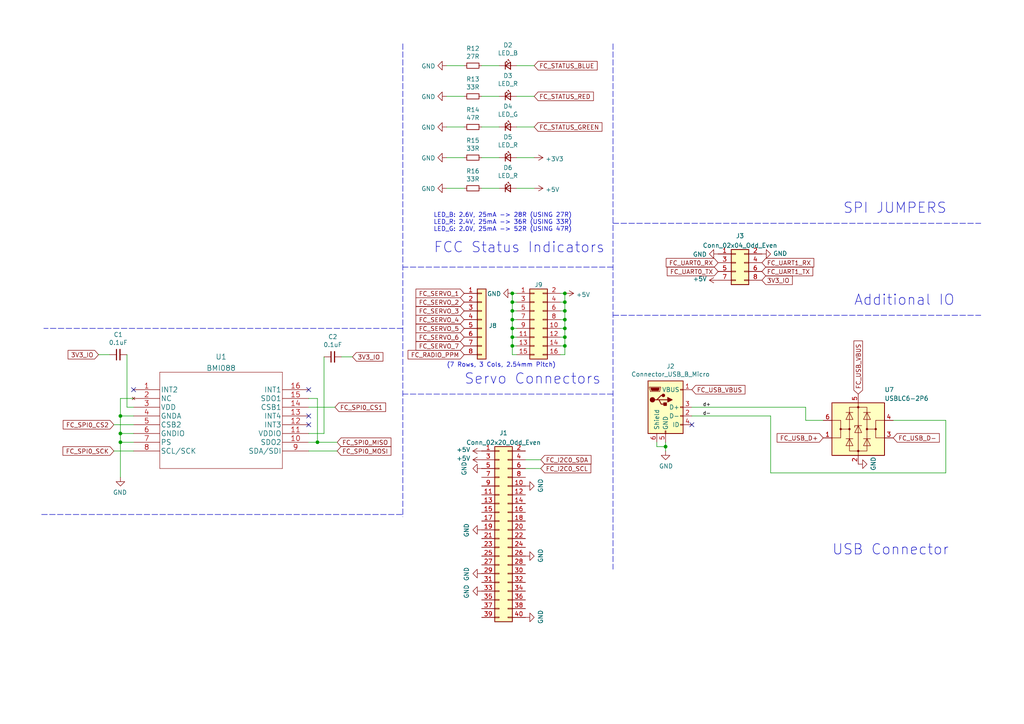
<source format=kicad_sch>
(kicad_sch (version 20211123) (generator eeschema)
  (paper "A4")
  (title_block (title "FCC Peripherals"))
  (lib_symbols
    (symbol "BMI088:BMI088" (pin_names (offset 0.254))
      (property "Reference" "U" (at 25.4 10.16 0))
      (property "Value" "BMI088" (at 25.4 7.62 0))
      (symbol "BMI088_1_1"
        (polyline (pts (xy 7.62 -22.86) (xy 43.18 -22.86)) (stroke (width 0.127)))
        (polyline (pts (xy 7.62 5.08) (xy 7.62 -22.86)) (stroke (width 0.127)))
        (polyline (pts (xy 43.18 -22.86) (xy 43.18 5.08)) (stroke (width 0.127)))
        (polyline (pts (xy 43.18 5.08) (xy 7.62 5.08)) (stroke (width 0.127)))
        (pin bidirectional line (at 0 0 0) (length 7.62) (name "INT2") (number "1"))
        (pin bidirectional line (at 50.8 -15.24 180) (length 7.62) (name "SDO2") (number "10"))
        (pin power_in line (at 50.8 -12.7 180) (length 7.62) (name "VDDIO") (number "11"))
        (pin bidirectional line (at 50.8 -10.16 180) (length 7.62) (name "INT3") (number "12"))
        (pin bidirectional line (at 50.8 -7.62 180) (length 7.62) (name "INT4") (number "13"))
        (pin bidirectional line (at 50.8 -5.08 180) (length 7.62) (name "CSB1") (number "14"))
        (pin bidirectional line (at 50.8 -2.54 180) (length 7.62) (name "SDO1") (number "15"))
        (pin bidirectional line (at 50.8 0 180) (length 7.62) (name "INT1") (number "16"))
        (pin no_connect line (at 0 -2.54 0) (length 7.62) (name "NC") (number "2"))
        (pin power_in line (at 0 -5.08 0) (length 7.62) (name "VDD") (number "3"))
        (pin power_in line (at 0 -7.62 0) (length 7.62) (name "GNDA") (number "4"))
        (pin bidirectional line (at 0 -10.16 0) (length 7.62) (name "CSB2") (number "5"))
        (pin power_in line (at 0 -12.7 0) (length 7.62) (name "GNDIO") (number "6"))
        (pin unspecified line (at 0 -15.24 0) (length 7.62) (name "PS") (number "7"))
        (pin unspecified line (at 0 -17.78 0) (length 7.62) (name "SCL/SCK") (number "8"))
        (pin unspecified line (at 50.8 -17.78 180) (length 7.62) (name "SDA/SDI") (number "9"))
      )
    )
    (symbol "Connector_Generic:Conn_01x08" (pin_names (offset 1.016) hide)
      (property "Reference" "J" (at 0 10.16 0))
      (property "Value" "Conn_01x08" (at 0 -12.7 0))
      (symbol "Conn_01x08_1_1"
        (rectangle (start -1.27 -10.033) (end 0 -10.287) (stroke (width 0.1524)))
        (rectangle (start -1.27 -7.493) (end 0 -7.747) (stroke (width 0.1524)))
        (rectangle (start -1.27 -4.953) (end 0 -5.207) (stroke (width 0.1524)))
        (rectangle (start -1.27 -2.413) (end 0 -2.667) (stroke (width 0.1524)))
        (rectangle (start -1.27 0.127) (end 0 -0.127) (stroke (width 0.1524)))
        (rectangle (start -1.27 2.667) (end 0 2.413) (stroke (width 0.1524)))
        (rectangle (start -1.27 5.207) (end 0 4.953) (stroke (width 0.1524)))
        (rectangle (start -1.27 7.747) (end 0 7.493) (stroke (width 0.1524)))
        (rectangle (start -1.27 8.89) (end 1.27 -11.43) (stroke (width 0.254)) (fill (type background)))
        (pin passive line (at -5.08 7.62 0) (length 3.81) (name "Pin_1") (number "1"))
        (pin passive line (at -5.08 5.08 0) (length 3.81) (name "Pin_2") (number "2"))
        (pin passive line (at -5.08 2.54 0) (length 3.81) (name "Pin_3") (number "3"))
        (pin passive line (at -5.08 0 0) (length 3.81) (name "Pin_4") (number "4"))
        (pin passive line (at -5.08 -2.54 0) (length 3.81) (name "Pin_5") (number "5"))
        (pin passive line (at -5.08 -5.08 0) (length 3.81) (name "Pin_6") (number "6"))
        (pin passive line (at -5.08 -7.62 0) (length 3.81) (name "Pin_7") (number "7"))
        (pin passive line (at -5.08 -10.16 0) (length 3.81) (name "Pin_8") (number "8"))
      )
    )
    (symbol "Connector_Generic:Conn_02x04_Odd_Even" (pin_names (offset 1.016) hide)
      (property "Reference" "J" (at 1.27 5.08 0))
      (property "Value" "Conn_02x04_Odd_Even" (at 1.27 -7.62 0))
      (symbol "Conn_02x04_Odd_Even_1_1"
        (rectangle (start -1.27 -4.953) (end 0 -5.207) (stroke (width 0.1524)))
        (rectangle (start -1.27 -2.413) (end 0 -2.667) (stroke (width 0.1524)))
        (rectangle (start -1.27 0.127) (end 0 -0.127) (stroke (width 0.1524)))
        (rectangle (start -1.27 2.667) (end 0 2.413) (stroke (width 0.1524)))
        (rectangle (start -1.27 3.81) (end 3.81 -6.35) (stroke (width 0.254)) (fill (type background)))
        (rectangle (start 3.81 -4.953) (end 2.54 -5.207) (stroke (width 0.1524)))
        (rectangle (start 3.81 -2.413) (end 2.54 -2.667) (stroke (width 0.1524)))
        (rectangle (start 3.81 0.127) (end 2.54 -0.127) (stroke (width 0.1524)))
        (rectangle (start 3.81 2.667) (end 2.54 2.413) (stroke (width 0.1524)))
        (pin passive line (at -5.08 2.54 0) (length 3.81) (name "Pin_1") (number "1"))
        (pin passive line (at 7.62 2.54 180) (length 3.81) (name "Pin_2") (number "2"))
        (pin passive line (at -5.08 0 0) (length 3.81) (name "Pin_3") (number "3"))
        (pin passive line (at 7.62 0 180) (length 3.81) (name "Pin_4") (number "4"))
        (pin passive line (at -5.08 -2.54 0) (length 3.81) (name "Pin_5") (number "5"))
        (pin passive line (at 7.62 -2.54 180) (length 3.81) (name "Pin_6") (number "6"))
        (pin passive line (at -5.08 -5.08 0) (length 3.81) (name "Pin_7") (number "7"))
        (pin passive line (at 7.62 -5.08 180) (length 3.81) (name "Pin_8") (number "8"))
      )
    )
    (symbol "Connector_Generic:Conn_02x08_Odd_Even" (pin_names (offset 1.016) hide)
      (property "Reference" "J" (at 1.27 10.16 0))
      (property "Value" "Conn_02x08_Odd_Even" (at 1.27 -12.7 0))
      (symbol "Conn_02x08_Odd_Even_1_1"
        (rectangle (start -1.27 -10.033) (end 0 -10.287) (stroke (width 0.1524)))
        (rectangle (start -1.27 -7.493) (end 0 -7.747) (stroke (width 0.1524)))
        (rectangle (start -1.27 -4.953) (end 0 -5.207) (stroke (width 0.1524)))
        (rectangle (start -1.27 -2.413) (end 0 -2.667) (stroke (width 0.1524)))
        (rectangle (start -1.27 0.127) (end 0 -0.127) (stroke (width 0.1524)))
        (rectangle (start -1.27 2.667) (end 0 2.413) (stroke (width 0.1524)))
        (rectangle (start -1.27 5.207) (end 0 4.953) (stroke (width 0.1524)))
        (rectangle (start -1.27 7.747) (end 0 7.493) (stroke (width 0.1524)))
        (rectangle (start -1.27 8.89) (end 3.81 -11.43) (stroke (width 0.254)) (fill (type background)))
        (rectangle (start 3.81 -10.033) (end 2.54 -10.287) (stroke (width 0.1524)))
        (rectangle (start 3.81 -7.493) (end 2.54 -7.747) (stroke (width 0.1524)))
        (rectangle (start 3.81 -4.953) (end 2.54 -5.207) (stroke (width 0.1524)))
        (rectangle (start 3.81 -2.413) (end 2.54 -2.667) (stroke (width 0.1524)))
        (rectangle (start 3.81 0.127) (end 2.54 -0.127) (stroke (width 0.1524)))
        (rectangle (start 3.81 2.667) (end 2.54 2.413) (stroke (width 0.1524)))
        (rectangle (start 3.81 5.207) (end 2.54 4.953) (stroke (width 0.1524)))
        (rectangle (start 3.81 7.747) (end 2.54 7.493) (stroke (width 0.1524)))
        (pin passive line (at -5.08 7.62 0) (length 3.81) (name "Pin_1") (number "1"))
        (pin passive line (at 7.62 -2.54 180) (length 3.81) (name "Pin_10") (number "10"))
        (pin passive line (at -5.08 -5.08 0) (length 3.81) (name "Pin_11") (number "11"))
        (pin passive line (at 7.62 -5.08 180) (length 3.81) (name "Pin_12") (number "12"))
        (pin passive line (at -5.08 -7.62 0) (length 3.81) (name "Pin_13") (number "13"))
        (pin passive line (at 7.62 -7.62 180) (length 3.81) (name "Pin_14") (number "14"))
        (pin passive line (at -5.08 -10.16 0) (length 3.81) (name "Pin_15") (number "15"))
        (pin passive line (at 7.62 -10.16 180) (length 3.81) (name "Pin_16") (number "16"))
        (pin passive line (at 7.62 7.62 180) (length 3.81) (name "Pin_2") (number "2"))
        (pin passive line (at -5.08 5.08 0) (length 3.81) (name "Pin_3") (number "3"))
        (pin passive line (at 7.62 5.08 180) (length 3.81) (name "Pin_4") (number "4"))
        (pin passive line (at -5.08 2.54 0) (length 3.81) (name "Pin_5") (number "5"))
        (pin passive line (at 7.62 2.54 180) (length 3.81) (name "Pin_6") (number "6"))
        (pin passive line (at -5.08 0 0) (length 3.81) (name "Pin_7") (number "7"))
        (pin passive line (at 7.62 0 180) (length 3.81) (name "Pin_8") (number "8"))
        (pin passive line (at -5.08 -2.54 0) (length 3.81) (name "Pin_9") (number "9"))
      )
    )
    (symbol "Connector_Generic:Conn_02x20_Odd_Even" (pin_names (offset 1.016) hide)
      (property "Reference" "J" (at 1.27 25.4 0))
      (property "Value" "Conn_02x20_Odd_Even" (at 1.27 -27.94 0))
      (symbol "Conn_02x20_Odd_Even_1_1"
        (rectangle (start -1.27 -25.273) (end 0 -25.527) (stroke (width 0.1524)))
        (rectangle (start -1.27 -22.733) (end 0 -22.987) (stroke (width 0.1524)))
        (rectangle (start -1.27 -20.193) (end 0 -20.447) (stroke (width 0.1524)))
        (rectangle (start -1.27 -17.653) (end 0 -17.907) (stroke (width 0.1524)))
        (rectangle (start -1.27 -15.113) (end 0 -15.367) (stroke (width 0.1524)))
        (rectangle (start -1.27 -12.573) (end 0 -12.827) (stroke (width 0.1524)))
        (rectangle (start -1.27 -10.033) (end 0 -10.287) (stroke (width 0.1524)))
        (rectangle (start -1.27 -7.493) (end 0 -7.747) (stroke (width 0.1524)))
        (rectangle (start -1.27 -4.953) (end 0 -5.207) (stroke (width 0.1524)))
        (rectangle (start -1.27 -2.413) (end 0 -2.667) (stroke (width 0.1524)))
        (rectangle (start -1.27 0.127) (end 0 -0.127) (stroke (width 0.1524)))
        (rectangle (start -1.27 2.667) (end 0 2.413) (stroke (width 0.1524)))
        (rectangle (start -1.27 5.207) (end 0 4.953) (stroke (width 0.1524)))
        (rectangle (start -1.27 7.747) (end 0 7.493) (stroke (width 0.1524)))
        (rectangle (start -1.27 10.287) (end 0 10.033) (stroke (width 0.1524)))
        (rectangle (start -1.27 12.827) (end 0 12.573) (stroke (width 0.1524)))
        (rectangle (start -1.27 15.367) (end 0 15.113) (stroke (width 0.1524)))
        (rectangle (start -1.27 17.907) (end 0 17.653) (stroke (width 0.1524)))
        (rectangle (start -1.27 20.447) (end 0 20.193) (stroke (width 0.1524)))
        (rectangle (start -1.27 22.987) (end 0 22.733) (stroke (width 0.1524)))
        (rectangle (start -1.27 24.13) (end 3.81 -26.67) (stroke (width 0.254)) (fill (type background)))
        (rectangle (start 3.81 -25.273) (end 2.54 -25.527) (stroke (width 0.1524)))
        (rectangle (start 3.81 -22.733) (end 2.54 -22.987) (stroke (width 0.1524)))
        (rectangle (start 3.81 -20.193) (end 2.54 -20.447) (stroke (width 0.1524)))
        (rectangle (start 3.81 -17.653) (end 2.54 -17.907) (stroke (width 0.1524)))
        (rectangle (start 3.81 -15.113) (end 2.54 -15.367) (stroke (width 0.1524)))
        (rectangle (start 3.81 -12.573) (end 2.54 -12.827) (stroke (width 0.1524)))
        (rectangle (start 3.81 -10.033) (end 2.54 -10.287) (stroke (width 0.1524)))
        (rectangle (start 3.81 -7.493) (end 2.54 -7.747) (stroke (width 0.1524)))
        (rectangle (start 3.81 -4.953) (end 2.54 -5.207) (stroke (width 0.1524)))
        (rectangle (start 3.81 -2.413) (end 2.54 -2.667) (stroke (width 0.1524)))
        (rectangle (start 3.81 0.127) (end 2.54 -0.127) (stroke (width 0.1524)))
        (rectangle (start 3.81 2.667) (end 2.54 2.413) (stroke (width 0.1524)))
        (rectangle (start 3.81 5.207) (end 2.54 4.953) (stroke (width 0.1524)))
        (rectangle (start 3.81 7.747) (end 2.54 7.493) (stroke (width 0.1524)))
        (rectangle (start 3.81 10.287) (end 2.54 10.033) (stroke (width 0.1524)))
        (rectangle (start 3.81 12.827) (end 2.54 12.573) (stroke (width 0.1524)))
        (rectangle (start 3.81 15.367) (end 2.54 15.113) (stroke (width 0.1524)))
        (rectangle (start 3.81 17.907) (end 2.54 17.653) (stroke (width 0.1524)))
        (rectangle (start 3.81 20.447) (end 2.54 20.193) (stroke (width 0.1524)))
        (rectangle (start 3.81 22.987) (end 2.54 22.733) (stroke (width 0.1524)))
        (pin passive line (at -5.08 22.86 0) (length 3.81) (name "Pin_1") (number "1"))
        (pin passive line (at 7.62 12.7 180) (length 3.81) (name "Pin_10") (number "10"))
        (pin passive line (at -5.08 10.16 0) (length 3.81) (name "Pin_11") (number "11"))
        (pin passive line (at 7.62 10.16 180) (length 3.81) (name "Pin_12") (number "12"))
        (pin passive line (at -5.08 7.62 0) (length 3.81) (name "Pin_13") (number "13"))
        (pin passive line (at 7.62 7.62 180) (length 3.81) (name "Pin_14") (number "14"))
        (pin passive line (at -5.08 5.08 0) (length 3.81) (name "Pin_15") (number "15"))
        (pin passive line (at 7.62 5.08 180) (length 3.81) (name "Pin_16") (number "16"))
        (pin passive line (at -5.08 2.54 0) (length 3.81) (name "Pin_17") (number "17"))
        (pin passive line (at 7.62 2.54 180) (length 3.81) (name "Pin_18") (number "18"))
        (pin passive line (at -5.08 0 0) (length 3.81) (name "Pin_19") (number "19"))
        (pin passive line (at 7.62 22.86 180) (length 3.81) (name "Pin_2") (number "2"))
        (pin passive line (at 7.62 0 180) (length 3.81) (name "Pin_20") (number "20"))
        (pin passive line (at -5.08 -2.54 0) (length 3.81) (name "Pin_21") (number "21"))
        (pin passive line (at 7.62 -2.54 180) (length 3.81) (name "Pin_22") (number "22"))
        (pin passive line (at -5.08 -5.08 0) (length 3.81) (name "Pin_23") (number "23"))
        (pin passive line (at 7.62 -5.08 180) (length 3.81) (name "Pin_24") (number "24"))
        (pin passive line (at -5.08 -7.62 0) (length 3.81) (name "Pin_25") (number "25"))
        (pin passive line (at 7.62 -7.62 180) (length 3.81) (name "Pin_26") (number "26"))
        (pin passive line (at -5.08 -10.16 0) (length 3.81) (name "Pin_27") (number "27"))
        (pin passive line (at 7.62 -10.16 180) (length 3.81) (name "Pin_28") (number "28"))
        (pin passive line (at -5.08 -12.7 0) (length 3.81) (name "Pin_29") (number "29"))
        (pin passive line (at -5.08 20.32 0) (length 3.81) (name "Pin_3") (number "3"))
        (pin passive line (at 7.62 -12.7 180) (length 3.81) (name "Pin_30") (number "30"))
        (pin passive line (at -5.08 -15.24 0) (length 3.81) (name "Pin_31") (number "31"))
        (pin passive line (at 7.62 -15.24 180) (length 3.81) (name "Pin_32") (number "32"))
        (pin passive line (at -5.08 -17.78 0) (length 3.81) (name "Pin_33") (number "33"))
        (pin passive line (at 7.62 -17.78 180) (length 3.81) (name "Pin_34") (number "34"))
        (pin passive line (at -5.08 -20.32 0) (length 3.81) (name "Pin_35") (number "35"))
        (pin passive line (at 7.62 -20.32 180) (length 3.81) (name "Pin_36") (number "36"))
        (pin passive line (at -5.08 -22.86 0) (length 3.81) (name "Pin_37") (number "37"))
        (pin passive line (at 7.62 -22.86 180) (length 3.81) (name "Pin_38") (number "38"))
        (pin passive line (at -5.08 -25.4 0) (length 3.81) (name "Pin_39") (number "39"))
        (pin passive line (at 7.62 20.32 180) (length 3.81) (name "Pin_4") (number "4"))
        (pin passive line (at 7.62 -25.4 180) (length 3.81) (name "Pin_40") (number "40"))
        (pin passive line (at -5.08 17.78 0) (length 3.81) (name "Pin_5") (number "5"))
        (pin passive line (at 7.62 17.78 180) (length 3.81) (name "Pin_6") (number "6"))
        (pin passive line (at -5.08 15.24 0) (length 3.81) (name "Pin_7") (number "7"))
        (pin passive line (at 7.62 15.24 180) (length 3.81) (name "Pin_8") (number "8"))
        (pin passive line (at -5.08 12.7 0) (length 3.81) (name "Pin_9") (number "9"))
      )
    )
    (symbol "Device:C_Small" (pin_numbers hide) (pin_names (offset 0.254) hide)
      (property "Reference" "C" (at 0.254 1.778 0))
      (property "Value" "C_Small" (at 0.254 -2.032 0))
      (symbol "C_Small_0_1"
        (polyline (pts (xy -1.524 -0.508) (xy 1.524 -0.508)) (stroke (width 0.3302)))
        (polyline (pts (xy -1.524 0.508) (xy 1.524 0.508)) (stroke (width 0.3048)))
      )
      (symbol "C_Small_1_1"
        (pin passive line (at 0 2.54 270) (length 2.032) (name "~") (number "1"))
        (pin passive line (at 0 -2.54 90) (length 2.032) (name "~") (number "2"))
      )
    )
    (symbol "Device:LED_Small" (pin_numbers hide) (pin_names (offset 0.254) hide)
      (property "Reference" "D" (at -1.27 3.175 0))
      (property "Value" "LED_Small" (at -4.445 -2.54 0))
      (symbol "LED_Small_0_1"
        (polyline (pts (xy -0.762 -1.016) (xy -0.762 1.016)) (stroke (width 0.254)))
        (polyline (pts (xy 1.016 0) (xy -0.762 0)))
        (polyline (pts (xy 0.762 -1.016) (xy -0.762 0) (xy 0.762 1.016) (xy 0.762 -1.016)) (stroke (width 0.254)))
        (polyline (pts (xy 0 0.762) (xy -0.508 1.27) (xy -0.254 1.27) (xy -0.508 1.27) (xy -0.508 1.016)))
        (polyline (pts (xy 0.508 1.27) (xy 0 1.778) (xy 0.254 1.778) (xy 0 1.778) (xy 0 1.524)))
      )
      (symbol "LED_Small_1_1"
        (pin passive line (at -2.54 0 0) (length 1.778) (name "K") (number "1"))
        (pin passive line (at 2.54 0 180) (length 1.778) (name "A") (number "2"))
      )
    )
    (symbol "Device:R_Small" (pin_numbers hide) (pin_names (offset 0.254) hide)
      (property "Reference" "R" (at 0.762 0.508 0))
      (property "Value" "R_Small" (at 0.762 -1.016 0))
      (symbol "R_Small_0_1"
        (rectangle (start -0.762 1.778) (end 0.762 -1.778) (stroke (width 0.2032)))
      )
      (symbol "R_Small_1_1"
        (pin passive line (at 0 2.54 270) (length 0.762) (name "~") (number "1"))
        (pin passive line (at 0 -2.54 90) (length 0.762) (name "~") (number "2"))
      )
    )
    (symbol "Power_Protection:USBLC6-2P6" (pin_names hide)
      (property "Reference" "U" (at 2.54 8.89 0))
      (property "Value" "USBLC6-2P6" (at 2.54 -8.89 0))
      (symbol "USBLC6-2P6_0_1"
        (rectangle (start -7.62 -7.62) (end 7.62 7.62) (stroke (width 0.254)) (fill (type background)))
        (circle (center -5.08 0) (radius 0.254) (fill (type outline)))
        (circle (center -2.54 0) (radius 0.254) (fill (type outline)))
        (rectangle (start -2.54 6.35) (end 2.54 -6.35))
        (circle (center 0 -6.35) (radius 0.254) (fill (type outline)))
        (polyline (pts (xy -5.08 -2.54) (xy -7.62 -2.54)))
        (polyline (pts (xy -5.08 0) (xy -5.08 -2.54)))
        (polyline (pts (xy -5.08 2.54) (xy -7.62 2.54)))
        (polyline (pts (xy -1.524 -2.794) (xy -3.556 -2.794)))
        (polyline (pts (xy -1.524 4.826) (xy -3.556 4.826)))
        (polyline (pts (xy 0 -7.62) (xy 0 -6.35)))
        (polyline (pts (xy 0 -6.35) (xy 0 1.27)))
        (polyline (pts (xy 0 1.27) (xy 0 6.35)))
        (polyline (pts (xy 0 6.35) (xy 0 7.62)))
        (polyline (pts (xy 1.524 -2.794) (xy 3.556 -2.794)))
        (polyline (pts (xy 1.524 4.826) (xy 3.556 4.826)))
        (polyline (pts (xy 5.08 -2.54) (xy 7.62 -2.54)))
        (polyline (pts (xy 5.08 0) (xy 5.08 -2.54)))
        (polyline (pts (xy 5.08 2.54) (xy 7.62 2.54)))
        (polyline (pts (xy -2.54 0) (xy -5.08 0) (xy -5.08 2.54)))
        (polyline (pts (xy 2.54 0) (xy 5.08 0) (xy 5.08 2.54)))
        (polyline (pts (xy -3.556 -4.826) (xy -1.524 -4.826) (xy -2.54 -2.794) (xy -3.556 -4.826)))
        (polyline (pts (xy -3.556 2.794) (xy -1.524 2.794) (xy -2.54 4.826) (xy -3.556 2.794)))
        (polyline (pts (xy -1.016 -1.016) (xy 1.016 -1.016) (xy 0 1.016) (xy -1.016 -1.016)))
        (polyline (pts (xy 1.016 1.016) (xy 0.762 1.016) (xy -1.016 1.016) (xy -1.016 0.508)))
        (polyline (pts (xy 3.556 -4.826) (xy 1.524 -4.826) (xy 2.54 -2.794) (xy 3.556 -4.826)))
        (polyline (pts (xy 3.556 2.794) (xy 1.524 2.794) (xy 2.54 4.826) (xy 3.556 2.794)))
        (circle (center 0 6.35) (radius 0.254) (fill (type outline)))
        (circle (center 2.54 0) (radius 0.254) (fill (type outline)))
        (circle (center 5.08 0) (radius 0.254) (fill (type outline)))
      )
      (symbol "USBLC6-2P6_1_1"
        (pin passive line (at -10.16 -2.54 0) (length 2.54) (name "I/O1") (number "1"))
        (pin passive line (at 0 -10.16 90) (length 2.54) (name "GND") (number "2"))
        (pin passive line (at 10.16 -2.54 180) (length 2.54) (name "I/O2") (number "3"))
        (pin passive line (at 10.16 2.54 180) (length 2.54) (name "I/O2") (number "4"))
        (pin passive line (at 0 10.16 270) (length 2.54) (name "VBUS") (number "5"))
        (pin passive line (at -10.16 2.54 0) (length 2.54) (name "I/O1") (number "6"))
      )
    )
    (symbol "hermes_v1-rescue:Connector_USB_B_Micro-CH330" (pin_names (offset 1.016))
      (property "Reference" "J" (at -5.08 11.43 0))
      (property "Value" "Connector_USB_B_Micro-CH330" (at -5.08 8.89 0))
      (symbol "Connector_USB_B_Micro-CH330_0_1"
        (rectangle (start -5.08 -7.62) (end 5.08 7.62) (stroke (width 0.254)) (fill (type background)))
        (circle (center -3.81 2.159) (radius 0.635) (stroke (width 0.254)) (fill (type outline)))
        (circle (center -0.635 3.429) (radius 0.381) (stroke (width 0.254)) (fill (type outline)))
        (rectangle (start -0.127 -7.62) (end 0.127 -6.858))
        (polyline (pts (xy -1.905 2.159) (xy 0.635 2.159)) (stroke (width 0.254)))
        (polyline (pts (xy -3.175 2.159) (xy -2.54 2.159) (xy -1.27 3.429) (xy -0.635 3.429)) (stroke (width 0.254)))
        (polyline (pts (xy -2.54 2.159) (xy -1.905 2.159) (xy -1.27 0.889) (xy 0 0.889)) (stroke (width 0.254)))
        (polyline (pts (xy 0.635 2.794) (xy 0.635 1.524) (xy 1.905 2.159) (xy 0.635 2.794)) (stroke (width 0.254)) (fill (type outline)))
        (polyline (pts (xy -4.318 5.588) (xy -1.778 5.588) (xy -2.032 4.826) (xy -4.064 4.826) (xy -4.318 5.588)) (fill (type outline)))
        (polyline (pts (xy -4.699 5.842) (xy -4.699 5.588) (xy -4.445 4.826) (xy -4.445 4.572) (xy -1.651 4.572) (xy -1.651 4.826) (xy -1.397 5.588) (xy -1.397 5.842) (xy -4.699 5.842)))
        (rectangle (start 0.254 1.27) (end -0.508 0.508) (stroke (width 0.254)) (fill (type outline)))
        (rectangle (start 5.08 -5.207) (end 4.318 -4.953))
        (rectangle (start 5.08 -2.667) (end 4.318 -2.413))
        (rectangle (start 5.08 -0.127) (end 4.318 0.127))
        (rectangle (start 5.08 4.953) (end 4.318 5.207))
      )
      (symbol "Connector_USB_B_Micro-CH330_1_1"
        (pin power_out line (at 7.62 5.08 180) (length 2.54) (name "VBUS") (number "1"))
        (pin passive line (at 7.62 -2.54 180) (length 2.54) (name "D-") (number "2"))
        (pin passive line (at 7.62 0 180) (length 2.54) (name "D+") (number "3"))
        (pin passive line (at 7.62 -5.08 180) (length 2.54) (name "ID") (number "4"))
        (pin power_out line (at 0 -10.16 90) (length 2.54) (name "GND") (number "5"))
        (pin passive line (at -2.54 -10.16 90) (length 2.54) (name "Shield") (number "6"))
      )
    )
    (symbol "power:+3.3V" (power) (pin_names (offset 0))
      (property "Value" "+3.3V" (at 0 3.556 0))
      (symbol "+3.3V_0_1"
        (polyline (pts (xy -0.762 1.27) (xy 0 2.54)))
        (polyline (pts (xy 0 0) (xy 0 2.54)))
        (polyline (pts (xy 0 2.54) (xy 0.762 1.27)))
      )
      (symbol "+3.3V_1_1"
        (pin power_in line (at 0 0 90) (length 0) hide (name "+3V3") (number "1"))
      )
    )
    (symbol "power:+5V" (power) (pin_names (offset 0))
      (property "Value" "+5V" (at 0 3.556 0))
      (symbol "+5V_0_1"
        (polyline (pts (xy -0.762 1.27) (xy 0 2.54)))
        (polyline (pts (xy 0 0) (xy 0 2.54)))
        (polyline (pts (xy 0 2.54) (xy 0.762 1.27)))
      )
      (symbol "+5V_1_1"
        (pin power_in line (at 0 0 90) (length 0) hide (name "+5V") (number "1"))
      )
    )
    (symbol "power:GND" (power) (pin_names (offset 0))
      (property "Value" "GND" (at 0 -3.81 0))
      (symbol "GND_0_1"
        (polyline (pts (xy 0 0) (xy 0 -1.27) (xy 1.27 -1.27) (xy 0 -2.54) (xy -1.27 -1.27) (xy 0 -1.27)))
      )
      (symbol "GND_1_1"
        (pin power_in line (at 0 0 270) (length 0) hide (name "GND") (number "1"))
      )
    )
  )
  (junction (at 34.925 128.27))
  (junction (at 34.925 120.65))
  (junction (at 193.04 129.54))
  (junction (at 34.925 125.73))
  (junction (at 163.83 97.79))
  (junction (at 148.59 85.09))
  (junction (at 163.83 95.25))
  (junction (at 148.59 90.17))
  (junction (at 163.83 100.33))
  (junction (at 92.075 128.27))
  (junction (at 163.83 85.09))
  (junction (at 148.59 97.79))
  (junction (at 163.83 90.17))
  (junction (at 163.83 92.71))
  (junction (at 148.59 92.71))
  (junction (at 148.59 100.33))
  (junction (at 148.59 87.63))
  (junction (at 163.83 87.63))
  (junction (at 148.59 95.25))
  (no_connect (at 200.66 123.19))
  (no_connect (at 89.535 123.19))
  (no_connect (at 89.535 120.65))
  (no_connect (at 89.535 113.03))
  (no_connect (at 38.735 113.03))
  (wire (pts (xy 200.66 120.65) (xy 223.52 120.65)))
  (wire (pts (xy 144.78 19.05) (xy 139.7 19.05)))
  (wire (pts (xy 162.56 87.63) (xy 163.83 87.63)))
  (polyline (pts (xy 177.8 12.7) (xy 177.8 165.1)))
  (wire (pts (xy 93.98 125.73) (xy 93.98 103.505)))
  (wire (pts (xy 144.78 27.94) (xy 139.7 27.94)))
  (wire (pts (xy 34.925 115.57) (xy 38.735 115.57)))
  (wire (pts (xy 89.535 118.11) (xy 97.155 118.11)))
  (wire (pts (xy 163.83 90.17) (xy 163.83 87.63)))
  (wire (pts (xy 154.94 27.94) (xy 149.86 27.94)))
  (wire (pts (xy 134.62 19.05) (xy 129.54 19.05)))
  (polyline (pts (xy 116.84 95.25) (xy 12.7 95.25)))
  (wire (pts (xy 163.83 92.71) (xy 163.83 90.17)))
  (wire (pts (xy 149.86 92.71) (xy 148.59 92.71)))
  (wire (pts (xy 38.735 118.11) (xy 36.83 118.11)))
  (wire (pts (xy 34.925 125.73) (xy 34.925 128.27)))
  (wire (pts (xy 200.66 118.11) (xy 233.68 118.11)))
  (wire (pts (xy 163.83 97.79) (xy 163.83 95.25)))
  (wire (pts (xy 163.83 87.63) (xy 163.83 85.09)))
  (polyline (pts (xy 177.8 114.3) (xy 116.84 114.3)))
  (wire (pts (xy 223.52 120.65) (xy 223.52 137.16)))
  (wire (pts (xy 148.59 87.63) (xy 148.59 85.09)))
  (wire (pts (xy 34.925 128.27) (xy 34.925 138.43)))
  (polyline (pts (xy 177.8 77.47) (xy 116.84 77.47)))
  (wire (pts (xy 34.925 120.65) (xy 34.925 125.73)))
  (wire (pts (xy 34.925 115.57) (xy 34.925 120.65)))
  (wire (pts (xy 148.59 97.79) (xy 148.59 95.25)))
  (wire (pts (xy 89.535 130.81) (xy 97.79 130.81)))
  (wire (pts (xy 92.075 128.27) (xy 89.535 128.27)))
  (wire (pts (xy 149.86 90.17) (xy 148.59 90.17)))
  (wire (pts (xy 134.62 36.83) (xy 129.54 36.83)))
  (wire (pts (xy 34.925 125.73) (xy 38.735 125.73)))
  (wire (pts (xy 92.075 115.57) (xy 92.075 128.27)))
  (wire (pts (xy 134.62 54.61) (xy 129.54 54.61)))
  (wire (pts (xy 233.68 121.92) (xy 238.76 121.92)))
  (wire (pts (xy 34.925 128.27) (xy 38.735 128.27)))
  (wire (pts (xy 144.78 54.61) (xy 139.7 54.61)))
  (wire (pts (xy 33.02 123.19) (xy 38.735 123.19)))
  (wire (pts (xy 89.535 125.73) (xy 93.98 125.73)))
  (wire (pts (xy 134.62 45.72) (xy 129.54 45.72)))
  (wire (pts (xy 149.86 100.33) (xy 148.59 100.33)))
  (wire (pts (xy 149.86 97.79) (xy 148.59 97.79)))
  (wire (pts (xy 148.59 90.17) (xy 148.59 87.63)))
  (wire (pts (xy 149.86 102.87) (xy 148.59 102.87)))
  (wire (pts (xy 193.04 128.27) (xy 193.04 129.54)))
  (wire (pts (xy 152.4 135.89) (xy 156.845 135.89)))
  (wire (pts (xy 162.56 92.71) (xy 163.83 92.71)))
  (polyline (pts (xy 177.8 64.77) (xy 284.48 64.77)))
  (wire (pts (xy 162.56 85.09) (xy 163.83 85.09)))
  (wire (pts (xy 92.075 128.27) (xy 97.79 128.27)))
  (wire (pts (xy 274.32 137.16) (xy 274.32 121.92)))
  (wire (pts (xy 149.86 85.09) (xy 148.59 85.09)))
  (wire (pts (xy 162.56 97.79) (xy 163.83 97.79)))
  (wire (pts (xy 28.575 102.87) (xy 31.75 102.87)))
  (wire (pts (xy 144.78 45.72) (xy 139.7 45.72)))
  (wire (pts (xy 154.94 54.61) (xy 149.86 54.61)))
  (polyline (pts (xy 177.8 91.44) (xy 284.48 91.44)))
  (wire (pts (xy 154.94 19.05) (xy 149.86 19.05)))
  (wire (pts (xy 149.86 95.25) (xy 148.59 95.25)))
  (wire (pts (xy 162.56 102.87) (xy 163.83 102.87)))
  (wire (pts (xy 149.86 87.63) (xy 148.59 87.63)))
  (wire (pts (xy 233.68 118.11) (xy 233.68 121.92)))
  (wire (pts (xy 99.06 103.505) (xy 102.235 103.505)))
  (wire (pts (xy 163.83 102.87) (xy 163.83 100.33)))
  (wire (pts (xy 148.59 92.71) (xy 148.59 90.17)))
  (wire (pts (xy 190.5 128.27) (xy 190.5 129.54)))
  (wire (pts (xy 34.925 120.65) (xy 38.735 120.65)))
  (wire (pts (xy 162.56 95.25) (xy 163.83 95.25)))
  (wire (pts (xy 36.83 118.11) (xy 36.83 102.87)))
  (wire (pts (xy 33.02 130.81) (xy 38.735 130.81)))
  (wire (pts (xy 144.78 36.83) (xy 139.7 36.83)))
  (wire (pts (xy 152.4 133.35) (xy 156.845 133.35)))
  (wire (pts (xy 148.59 100.33) (xy 148.59 97.79)))
  (polyline (pts (xy 116.84 12.7) (xy 116.84 149.86)))
  (polyline (pts (xy 12.065 149.225) (xy 116.84 149.225)))
  (wire (pts (xy 148.59 95.25) (xy 148.59 92.71)))
  (wire (pts (xy 193.04 129.54) (xy 193.04 130.81)))
  (wire (pts (xy 162.56 90.17) (xy 163.83 90.17)))
  (wire (pts (xy 163.83 95.25) (xy 163.83 92.71)))
  (wire (pts (xy 190.5 129.54) (xy 193.04 129.54)))
  (wire (pts (xy 89.535 115.57) (xy 92.075 115.57)))
  (wire (pts (xy 134.62 27.94) (xy 129.54 27.94)))
  (wire (pts (xy 223.52 137.16) (xy 274.32 137.16)))
  (wire (pts (xy 163.83 100.33) (xy 163.83 97.79)))
  (wire (pts (xy 154.94 45.72) (xy 149.86 45.72)))
  (wire (pts (xy 154.94 36.83) (xy 149.86 36.83)))
  (wire (pts (xy 274.32 121.92) (xy 259.08 121.92)))
  (wire (pts (xy 162.56 100.33) (xy 163.83 100.33)))
  (wire (pts (xy 148.59 102.87) (xy 148.59 100.33)))
  (text "(7 Rows, 3 Cols, 2.54mm Pitch)" (at 129.54 106.68 0) (effects (font (size 1.27 1.27)) (justify left bottom)))
  (text "FCC Status Indicators" (at 125.73 73.66 0) (effects (font (size 2.9972 2.9972)) (justify left bottom)))
  (text "Additional IO" (at 247.65 88.9 0) (effects (font (size 2.9972 2.9972)) (justify left bottom)))
  (text "USB Connector" (at 241.3 161.29 0) (effects (font (size 2.9972 2.9972)) (justify left bottom)))
  (text "SPI JUMPERS" (at 244.475 62.23 0) (effects (font (size 2.9972 2.9972)) (justify left bottom)))
  (text "LED_B: 2.6V, 25mA -> 28R (USING 27R)\nLED_R: 2.4V, 25mA -> 36R (USING 33R)\nLED_G: 2.0V, 25mA -> 52R (USING 47R)" (at 125.73 67.31 0) (effects (font (size 1.27 1.27)) (justify left bottom)))
  (text "Servo Connectors" (at 134.62 111.76 0) (effects (font (size 2.9972 2.9972)) (justify left bottom)))
  (label "d+" (at 203.835 118.11 0) (effects (font (size 1 1))))
  (label "d-" (at 203.835 120.65 0) (effects (font (size 1 1))))
  (global_label "FC_STATUS_BLUE" (shape input) (at 154.94 19.05 0) (property "Intersheet References" "${INTERSHEET_REFS}" (effects hide)))
  (global_label "FC_UART1_RX" (shape input) (at 220.98 76.2 0) (property "Intersheet References" "${INTERSHEET_REFS}" (effects hide)))
  (global_label "FC_UART1_TX" (shape input) (at 220.98 78.74 0) (property "Intersheet References" "${INTERSHEET_REFS}" (effects hide)))
  (global_label "3V3_IO" (shape input) (at 102.235 103.505 0) (property "Intersheet References" "${INTERSHEET_REFS}" (effects hide)))
  (global_label "FC_SERVO_3" (shape input) (at 134.62 90.17 180) (property "Intersheet References" "${INTERSHEET_REFS}" (effects hide)))
  (global_label "FC_USB_VBUS" (shape input) (at 200.66 113.03 0) (property "Intersheet References" "${INTERSHEET_REFS}" (effects hide)))
  (global_label "FC_UART0_TX" (shape input) (at 208.28 78.74 180) (property "Intersheet References" "${INTERSHEET_REFS}" (effects hide)))
  (global_label "FC_I2C0_SDA" (shape input) (at 156.845 133.35 0) (property "Intersheet References" "${INTERSHEET_REFS}" (effects hide)))
  (global_label "FC_SERVO_2" (shape input) (at 134.62 87.63 180) (property "Intersheet References" "${INTERSHEET_REFS}" (effects hide)))
  (global_label "FC_STATUS_RED" (shape input) (at 154.94 27.94 0) (property "Intersheet References" "${INTERSHEET_REFS}" (effects hide)))
  (global_label "FC_USB_D+" (shape input) (at 238.76 127 180) (property "Intersheet References" "${INTERSHEET_REFS}" (effects hide)))
  (global_label "3V3_IO" (shape input) (at 220.98 81.28 0) (property "Intersheet References" "${INTERSHEET_REFS}" (effects hide)))
  (global_label "FC_SPI0_SCK" (shape input) (at 33.02 130.81 180) (property "Intersheet References" "${INTERSHEET_REFS}" (effects hide)))
  (global_label "3V3_IO" (shape input) (at 28.575 102.87 180) (property "Intersheet References" "${INTERSHEET_REFS}" (effects hide)))
  (global_label "FC_I2C0_SCL" (shape input) (at 156.845 135.89 0) (property "Intersheet References" "${INTERSHEET_REFS}" (effects hide)))
  (global_label "FC_SPI0_CS1" (shape input) (at 97.155 118.11 0) (property "Intersheet References" "${INTERSHEET_REFS}" (effects hide)))
  (global_label "FC_UART0_RX" (shape input) (at 208.28 76.2 180) (property "Intersheet References" "${INTERSHEET_REFS}" (effects hide)))
  (global_label "FC_STATUS_GREEN" (shape input) (at 154.94 36.83 0) (property "Intersheet References" "${INTERSHEET_REFS}" (effects hide)))
  (global_label "FC_RADIO_PPM" (shape input) (at 134.62 102.87 180) (property "Intersheet References" "${INTERSHEET_REFS}" (effects hide)))
  (global_label "FC_SPI0_MISO" (shape input) (at 97.79 128.27 0) (property "Intersheet References" "${INTERSHEET_REFS}" (effects hide)))
  (global_label "FC_SERVO_7" (shape input) (at 134.62 100.33 180) (property "Intersheet References" "${INTERSHEET_REFS}" (effects hide)))
  (global_label "FC_SPI0_CS2" (shape input) (at 33.02 123.19 180) (property "Intersheet References" "${INTERSHEET_REFS}" (effects hide)))
  (global_label "FC_SERVO_5" (shape input) (at 134.62 95.25 180) (property "Intersheet References" "${INTERSHEET_REFS}" (effects hide)))
  (global_label "FC_SERVO_4" (shape input) (at 134.62 92.71 180) (property "Intersheet References" "${INTERSHEET_REFS}" (effects hide)))
  (global_label "FC_SERVO_1" (shape input) (at 134.62 85.09 180) (property "Intersheet References" "${INTERSHEET_REFS}" (effects hide)))
  (global_label "FC_USB_D-" (shape input) (at 259.08 127 0) (property "Intersheet References" "${INTERSHEET_REFS}" (effects hide)))
  (global_label "FC_SPI0_MOSI" (shape input) (at 97.79 130.81 0) (property "Intersheet References" "${INTERSHEET_REFS}" (effects hide)))
  (global_label "FC_USB_VBUS" (shape input) (at 248.92 114.3 90) (property "Intersheet References" "${INTERSHEET_REFS}" (effects hide)))
  (global_label "FC_SERVO_6" (shape input) (at 134.62 97.79 180) (property "Intersheet References" "${INTERSHEET_REFS}" (effects hide)))
  (symbol (lib_id "hermes_v1-rescue:Connector_USB_B_Micro-CH330") (at 193.04 118.11 0) (unit 1)
    (property "Reference" "J2" (at 194.4878 106.2482 0))
    (property "Value" "Connector_USB_B_Micro" (at 194.4878 108.5596 0))
    (property "Footprint" "Connector_USB:USB_Micro-B_Amphenol_10118194_Horizontal" (effects hide))
  )
  (symbol (lib_id "power:GND") (at 193.04 130.81 0) (unit 1)
    (property "Reference" "#PWR047" (effects hide))
    (property "Value" "GND" (at 193.167 135.2042 0))
  )
  (symbol (lib_id "Device:R_Small") (at 137.16 19.05 270) (unit 1)
    (property "Reference" "R12" (at 137.16 14.0716 90))
    (property "Value" "27R" (at 137.16 16.383 90))
    (property "Footprint" "Resistor_SMD:R_0402_1005Metric_Pad0.72x0.64mm_HandSolder" (effects hide))
  )
  (symbol (lib_id "Device:R_Small") (at 137.16 27.94 270) (unit 1)
    (property "Reference" "R13" (at 137.16 22.9616 90))
    (property "Value" "33R" (at 137.16 25.273 90))
    (property "Footprint" "Resistor_SMD:R_0402_1005Metric_Pad0.72x0.64mm_HandSolder" (effects hide))
  )
  (symbol (lib_id "Device:R_Small") (at 137.16 36.83 270) (unit 1)
    (property "Reference" "R14" (at 137.16 31.8516 90))
    (property "Value" "47R" (at 137.16 34.163 90))
    (property "Footprint" "Resistor_SMD:R_0402_1005Metric_Pad0.72x0.64mm_HandSolder" (effects hide))
  )
  (symbol (lib_id "Device:LED_Small") (at 147.32 19.05 0) (unit 1)
    (property "Reference" "D2" (at 147.32 13.081 0))
    (property "Value" "LED_B" (at 147.32 15.3924 0))
    (property "Footprint" "LED_SMD:LED_0402_1005Metric_Pad0.77x0.64mm_HandSolder" (effects hide))
  )
  (symbol (lib_id "Device:LED_Small") (at 147.32 27.94 0) (unit 1)
    (property "Reference" "D3" (at 147.32 21.971 0))
    (property "Value" "LED_R" (at 147.32 24.2824 0))
    (property "Footprint" "LED_SMD:LED_0402_1005Metric_Pad0.77x0.64mm_HandSolder" (effects hide))
  )
  (symbol (lib_id "Device:LED_Small") (at 147.32 36.83 0) (unit 1)
    (property "Reference" "D4" (at 147.32 30.861 0))
    (property "Value" "LED_G" (at 147.32 33.1724 0))
    (property "Footprint" "LED_SMD:LED_0402_1005Metric_Pad0.77x0.64mm_HandSolder" (effects hide))
  )
  (symbol (lib_id "power:GND") (at 129.54 19.05 270) (unit 1)
    (property "Reference" "#PWR044" (effects hide))
    (property "Value" "GND" (at 126.2888 19.177 90) (effects (justify right)))
  )
  (symbol (lib_id "power:GND") (at 129.54 27.94 270) (unit 1)
    (property "Reference" "#PWR045" (effects hide))
    (property "Value" "GND" (at 126.2888 28.067 90) (effects (justify right)))
  )
  (symbol (lib_id "power:GND") (at 129.54 36.83 270) (unit 1)
    (property "Reference" "#PWR046" (effects hide))
    (property "Value" "GND" (at 126.2888 36.957 90) (effects (justify right)))
  )
  (symbol (lib_id "power:+5V") (at 163.83 85.09 270) (unit 1)
    (property "Reference" "#PWR054" (effects hide))
    (property "Value" "+5V" (at 167.0812 85.471 90) (effects (justify left)))
  )
  (symbol (lib_id "power:GND") (at 148.59 85.09 270) (unit 1)
    (property "Reference" "#PWR061" (effects hide))
    (property "Value" "GND" (at 145.3388 85.217 90) (effects (justify right)))
  )
  (symbol (lib_id "Device:LED_Small") (at 147.32 54.61 0) (unit 1)
    (property "Reference" "D6" (at 147.32 48.641 0))
    (property "Value" "LED_R" (at 147.32 50.9524 0))
    (property "Footprint" "LED_SMD:LED_0402_1005Metric_Pad0.77x0.64mm_HandSolder" (effects hide))
  )
  (symbol (lib_id "Device:R_Small") (at 137.16 54.61 270) (unit 1)
    (property "Reference" "R16" (at 137.16 49.6316 90))
    (property "Value" "33R" (at 137.16 51.943 90))
    (property "Footprint" "Resistor_SMD:R_0402_1005Metric_Pad0.72x0.64mm_HandSolder" (effects hide))
  )
  (symbol (lib_id "power:GND") (at 129.54 54.61 270) (unit 1)
    (property "Reference" "#PWR029" (effects hide))
    (property "Value" "GND" (at 126.2888 54.737 90) (effects (justify right)))
  )
  (symbol (lib_id "Device:LED_Small") (at 147.32 45.72 0) (unit 1)
    (property "Reference" "D5" (at 147.32 39.751 0))
    (property "Value" "LED_R" (at 147.32 42.0624 0))
    (property "Footprint" "LED_SMD:LED_0402_1005Metric_Pad0.77x0.64mm_HandSolder" (effects hide))
  )
  (symbol (lib_id "Device:R_Small") (at 137.16 45.72 270) (unit 1)
    (property "Reference" "R15" (at 137.16 40.7416 90))
    (property "Value" "33R" (at 137.16 43.053 90))
    (property "Footprint" "Resistor_SMD:R_0402_1005Metric_Pad0.72x0.64mm_HandSolder" (effects hide))
  )
  (symbol (lib_id "power:GND") (at 129.54 45.72 270) (unit 1)
    (property "Reference" "#PWR028" (effects hide))
    (property "Value" "GND" (at 126.2888 45.847 90) (effects (justify right)))
  )
  (symbol (lib_id "power:+3.3V") (at 154.94 45.72 270) (unit 1)
    (property "Reference" "#PWR034" (effects hide))
    (property "Value" "+3.3V" (at 158.1912 46.101 90) (effects (justify left)))
  )
  (symbol (lib_id "power:+5V") (at 154.94 54.61 270) (unit 1)
    (property "Reference" "#PWR038" (effects hide))
    (property "Value" "+5V" (at 158.1912 54.991 90) (effects (justify left)))
  )
  (symbol (lib_id "Power_Protection:USBLC6-2P6") (at 248.92 124.46 0) (unit 1)
    (property "Reference" "U7" (at 256.54 113.03 0) (effects (justify left)))
    (property "Value" "USBLC6-2P6" (at 256.54 115.57 0) (effects (justify left)))
    (property "Footprint" "Package_TO_SOT_SMD:SOT-666" (effects hide))
    (property "Datasheet" "https://www.st.com/resource/en/datasheet/usblc6-2.pdf" (effects hide))
    (property "LCSC" "C15999" (effects hide))
  )
  (symbol (lib_id "power:GND") (at 248.92 134.62 90) (unit 1)
    (property "Reference" "#PWR040" (effects hide))
    (property "Value" "GND" (at 253.3142 134.493 0))
  )
  (symbol (lib_id "power:+5V") (at 139.7 130.81 90) (unit 1)
    (property "Reference" "#PWR0109" (effects hide))
    (property "Value" "+5V" (at 136.4488 130.429 90) (effects (justify left)))
  )
  (symbol (lib_id "Connector_Generic:Conn_02x08_Odd_Even") (at 154.94 92.71 0) (unit 1)
    (property "Reference" "J9" (at 156.21 82.6285 0))
    (property "Value" "Conn_02x08_Odd_Even" (effects hide))
    (property "Footprint" "Connector_PinHeader_2.54mm:PinHeader_2x08_P2.54mm_Vertical" (effects hide))
  )
  (symbol (lib_id "power:GND") (at 139.7 135.89 270) (unit 1)
    (property "Reference" "#PWR0110" (effects hide))
    (property "Value" "GND" (at 134.62 135.89 0))
  )
  (symbol (lib_id "power:GND") (at 139.7 166.37 270) (unit 1)
    (property "Reference" "#PWR0105" (effects hide))
    (property "Value" "GND" (at 135.3058 166.497 0))
  )
  (symbol (lib_id "power:GND") (at 34.925 138.43 0) (mirror y) (unit 1)
    (property "Reference" "#PWR0111" (effects hide))
    (property "Value" "GND" (at 34.798 142.8242 0))
  )
  (symbol (lib_id "power:GND") (at 208.28 73.66 270) (unit 1)
    (property "Reference" "#PWR035" (effects hide))
    (property "Value" "GND" (at 205.0288 73.787 90) (effects (justify right)))
  )
  (symbol (lib_id "Connector_Generic:Conn_02x20_Odd_Even") (at 144.78 153.67 0) (unit 1)
    (property "Reference" "J1" (at 146.05 125.5735 0))
    (property "Value" "Conn_02x20_Odd_Even" (at 146.05 128.3486 0))
    (property "Footprint" "Connector_PinSocket_2.54mm:PinSocket_2x20_P2.54mm_Vertical" (effects hide))
  )
  (symbol (lib_id "power:GND") (at 139.7 171.45 270) (unit 1)
    (property "Reference" "#PWR0104" (effects hide))
    (property "Value" "GND" (at 135.3058 171.577 0))
  )
  (symbol (lib_id "power:GND") (at 152.4 161.29 90) (unit 1)
    (property "Reference" "#PWR0102" (effects hide))
    (property "Value" "GND" (at 156.7942 161.163 0))
  )
  (symbol (lib_id "power:GND") (at 220.98 73.66 90) (unit 1)
    (property "Reference" "#PWR049" (effects hide))
    (property "Value" "GND" (at 224.2312 73.533 90) (effects (justify right)))
  )
  (symbol (lib_id "power:+5V") (at 139.7 133.35 90) (unit 1)
    (property "Reference" "#PWR0108" (effects hide))
    (property "Value" "+5V" (at 136.4488 132.969 90) (effects (justify left)))
  )
  (symbol (lib_id "BMI088:BMI088") (at 38.735 113.03 0) (unit 1)
    (property "Reference" "U1" (at 64.135 103.4826 0) (effects (font (size 1.524 1.524))))
    (property "Value" "BMI088" (at 64.135 106.7616 0) (effects (font (size 1.524 1.524))))
    (property "Footprint" "BMI088:BMI088" (effects hide))
  )
  (symbol (lib_id "Connector_Generic:Conn_02x04_Odd_Even") (at 213.36 76.2 0) (unit 1)
    (property "Reference" "J3" (at 214.63 68.4235 0))
    (property "Value" "Conn_02x04_Odd_Even" (at 214.63 71.1986 0))
    (property "Footprint" "Connector_PinHeader_2.54mm:PinHeader_2x04_P2.54mm_Vertical" (effects hide))
  )
  (symbol (lib_id "Device:C_Small") (at 34.29 102.87 90) (mirror x) (unit 1)
    (property "Reference" "C1" (at 34.29 97.0534 90))
    (property "Value" "0.1uF" (at 34.29 99.3648 90))
    (property "Footprint" "Capacitor_SMD:C_0402_1005Metric_Pad0.74x0.62mm_HandSolder" (effects hide))
  )
  (symbol (lib_id "power:+5V") (at 208.28 81.28 90) (unit 1)
    (property "Reference" "#PWR050" (effects hide))
    (property "Value" "+5V" (at 205.0288 80.899 90) (effects (justify left)))
  )
  (symbol (lib_id "power:GND") (at 152.4 140.97 90) (unit 1)
    (property "Reference" "#PWR0106" (effects hide))
    (property "Value" "GND" (at 156.7942 140.843 0))
  )
  (symbol (lib_id "Connector_Generic:Conn_01x08") (at 139.7 92.71 0) (unit 1)
    (property "Reference" "J8" (at 141.732 94.459 0) (effects (justify left)))
    (property "Value" "Conn_01x08" (effects hide))
    (property "Footprint" "Connector_PinHeader_2.54mm:PinHeader_1x08_P2.54mm_Vertical" (effects hide))
  )
  (symbol (lib_id "Device:C_Small") (at 96.52 103.505 90) (mirror x) (unit 1)
    (property "Reference" "C2" (at 96.52 97.6884 90))
    (property "Value" "0.1uF" (at 96.52 99.9998 90))
    (property "Footprint" "Capacitor_SMD:C_0402_1005Metric_Pad0.74x0.62mm_HandSolder" (effects hide))
  )
  (symbol (lib_id "power:GND") (at 139.7 153.67 270) (unit 1)
    (property "Reference" "#PWR0107" (effects hide))
    (property "Value" "GND" (at 135.3058 153.797 0))
  )
  (symbol (lib_id "power:GND") (at 152.4 179.07 90) (unit 1)
    (property "Reference" "#PWR0103" (effects hide))
    (property "Value" "GND" (at 156.7942 178.943 0))
  )
)
</source>
